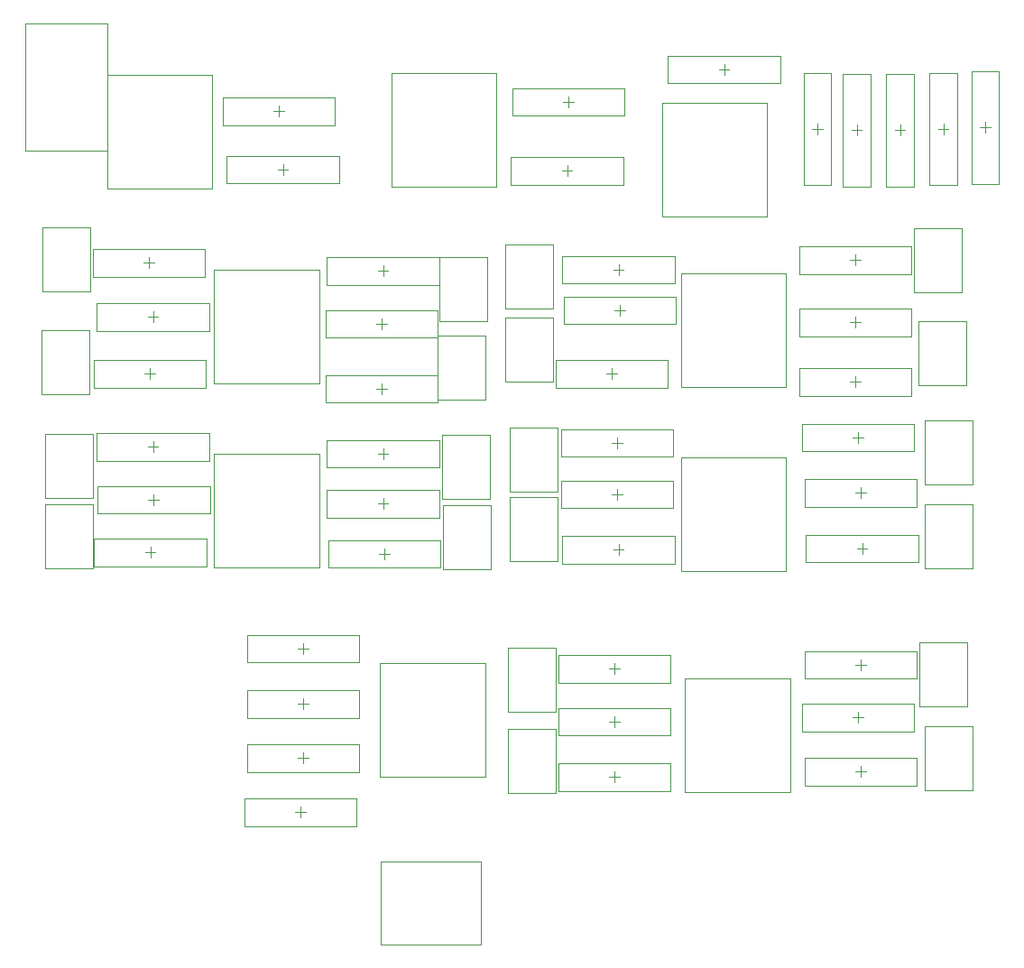
<source format=gbr>
G04*
G04 #@! TF.GenerationSoftware,Altium Limited,Altium Designer,23.8.1 (32)*
G04*
G04 Layer_Color=32768*
%FSLAX44Y44*%
%MOMM*%
G71*
G04*
G04 #@! TF.SameCoordinates,791A3C29-9ABF-4AEA-8B0B-0D467164B87E*
G04*
G04*
G04 #@! TF.FilePolarity,Positive*
G04*
G01*
G75*
%ADD12C,0.1000*%
%ADD44C,0.0500*%
D12*
X556761Y428571D02*
Y438571D01*
X551761Y433571D02*
X561761D01*
X558031Y639391D02*
Y649391D01*
X553031Y644391D02*
X563031D01*
X559301Y601291D02*
Y611291D01*
X554301Y606291D02*
X564301D01*
X549221Y269741D02*
X559221D01*
X554221Y264741D02*
Y274741D01*
X549221Y168141D02*
X559221D01*
X554221Y163141D02*
Y173141D01*
X454251Y153581D02*
X499251D01*
Y213581D01*
X454251D02*
X499251D01*
X454251Y153581D02*
Y213581D01*
X885331Y234461D02*
Y294461D01*
X840331Y234461D02*
X885331D01*
X840331D02*
Y294461D01*
X885331D01*
X890411Y156121D02*
Y216121D01*
X845411Y156121D02*
X890411D01*
X845411D02*
Y216121D01*
X890411D01*
X785361Y268551D02*
Y278551D01*
X780361Y273551D02*
X790361D01*
X549221Y220211D02*
X559221D01*
X554221Y215211D02*
Y225211D01*
X782821Y219021D02*
Y229021D01*
X777821Y224021D02*
X787821D01*
X785361Y168221D02*
Y178221D01*
X780361Y173221D02*
X790361D01*
X454251Y229381D02*
X499251D01*
Y289381D01*
X454251D02*
X499251D01*
X454251Y229381D02*
Y289381D01*
X902201Y772741D02*
Y782741D01*
X897201Y777741D02*
X907201D01*
X817191Y775201D02*
X827191D01*
X822191Y770201D02*
Y780201D01*
X776551Y775201D02*
X786551D01*
X781551Y770201D02*
Y780201D01*
X857831Y776471D02*
X867831D01*
X862831Y771471D02*
Y781471D01*
X739721Y776471D02*
X749721D01*
X744721Y771471D02*
Y781471D01*
X780281Y589861D02*
Y599861D01*
X775281Y594861D02*
X785281D01*
X551681Y541601D02*
Y551601D01*
X546681Y546601D02*
X556681D01*
X890411Y364001D02*
Y424001D01*
X845411Y364001D02*
X890411D01*
X845411D02*
Y424001D01*
X890411D01*
Y443141D02*
Y503141D01*
X845411Y443141D02*
X890411D01*
X845411D02*
Y503141D01*
X890411D01*
X337051Y466671D02*
Y476671D01*
X332051Y471671D02*
X342051D01*
X334701Y11111D02*
X428701D01*
X334701D02*
Y88611D01*
X428701D01*
Y11111D02*
Y88611D01*
X19911Y430041D02*
X64911D01*
Y490041D01*
X19911D02*
X64911D01*
X19911Y430041D02*
Y490041D01*
Y364001D02*
X64911D01*
Y424001D01*
X19911D02*
X64911D01*
X19911Y364001D02*
Y424001D01*
X393291Y423131D02*
X438291D01*
X393291Y363131D02*
Y423131D01*
Y363131D02*
X438291D01*
Y423131D01*
X392021Y489171D02*
X437021D01*
X392021Y429171D02*
Y489171D01*
Y429171D02*
X437021D01*
Y489171D01*
X17371Y624351D02*
X62371D01*
Y684351D01*
X17371D02*
X62371D01*
X17371Y624351D02*
Y684351D01*
X16101Y527831D02*
X61101D01*
Y587831D01*
X16101D02*
X61101D01*
X16101Y527831D02*
Y587831D01*
X433211Y522751D02*
Y582751D01*
X388211Y522751D02*
X433211D01*
X388211D02*
Y582751D01*
X433211D01*
X434481Y596411D02*
Y656411D01*
X389481Y596411D02*
X434481D01*
X389481D02*
Y656411D01*
X434481D01*
X455521Y436391D02*
X500521D01*
Y496391D01*
X455521D02*
X500521D01*
X455521Y436391D02*
Y496391D01*
Y370751D02*
X500521D01*
Y430751D01*
X455521D02*
X500521D01*
X455521Y370751D02*
Y430751D01*
X451711Y608241D02*
X496711D01*
Y668241D01*
X451711D02*
X496711D01*
X451711Y608241D02*
Y668241D01*
Y539661D02*
Y599661D01*
X496711D01*
Y539661D02*
Y599661D01*
X451711Y539661D02*
X496711D01*
X839061Y595851D02*
X884061D01*
X839061Y535851D02*
Y595851D01*
Y535851D02*
X884061D01*
Y595851D01*
X835251Y683081D02*
X880251D01*
X835251Y623081D02*
Y683081D01*
Y623081D02*
X880251D01*
Y683081D01*
X951Y756341D02*
Y875341D01*
X78451D01*
Y756341D02*
Y875341D01*
X951Y756341D02*
X78451D01*
X113611Y378961D02*
X123611D01*
X118611Y373961D02*
Y383961D01*
X116701Y428491D02*
X126701D01*
X121701Y423491D02*
Y433491D01*
X116151Y478021D02*
X126151D01*
X121151Y473021D02*
Y483021D01*
X332051Y424681D02*
X342051D01*
X337051Y419681D02*
Y429681D01*
X333321Y377691D02*
X343321D01*
X338321Y372691D02*
Y382691D01*
X234261Y792981D02*
X244261D01*
X239261Y787981D02*
Y797981D01*
X113061Y546601D02*
X123061D01*
X118061Y541601D02*
Y551601D01*
X116151Y599941D02*
X126151D01*
X121151Y594941D02*
Y604941D01*
X112341Y650741D02*
X122341D01*
X117341Y645741D02*
Y655741D01*
X332051Y643121D02*
X342051D01*
X337051Y638121D02*
Y648121D01*
X330781Y593591D02*
X340781D01*
X335781Y588591D02*
Y598591D01*
X330781Y532631D02*
X340781D01*
X335781Y527631D02*
Y537631D01*
X238071Y738371D02*
X248071D01*
X243071Y733371D02*
Y743371D01*
X553031Y381501D02*
X563031D01*
X558031Y376501D02*
Y386501D01*
X551761Y481831D02*
X561761D01*
X556761Y476831D02*
Y486831D01*
X777821Y486911D02*
X787821D01*
X782821Y481911D02*
Y491911D01*
X780361Y434841D02*
X790361D01*
X785361Y429841D02*
Y439841D01*
X781631Y382771D02*
X791631D01*
X786631Y377771D02*
Y387771D01*
X775281Y653281D02*
X785281D01*
X780281Y648281D02*
Y658281D01*
X775281Y538981D02*
X785281D01*
X780281Y533981D02*
Y543981D01*
X262121Y231721D02*
Y241721D01*
X257121Y236721D02*
X267121D01*
X262121Y283791D02*
Y293791D01*
X257121Y288791D02*
X267121D01*
X262121Y180921D02*
Y190921D01*
X257121Y185921D02*
X267121D01*
X259581Y130121D02*
Y140121D01*
X254581Y135121D02*
X264581D01*
X509771Y732101D02*
Y742101D01*
X504771Y737101D02*
X514771D01*
X511041Y796871D02*
Y806871D01*
X506041Y801871D02*
X516041D01*
X652091Y832351D02*
X662091D01*
X657091Y827351D02*
Y837351D01*
D44*
X609511Y420571D02*
Y446571D01*
X504011D02*
X609511D01*
X504011Y420571D02*
X609511D01*
X504011D02*
Y446571D01*
X598751Y800561D02*
X697651D01*
Y693961D02*
Y800561D01*
X598751Y693961D02*
X697651D01*
X598751D02*
Y800561D01*
X505281Y631391D02*
Y657391D01*
Y631391D02*
X610781D01*
X505281Y657391D02*
X610781D01*
Y631391D02*
Y657391D01*
X612051Y593291D02*
Y619291D01*
X506551D02*
X612051D01*
X506551Y593291D02*
X612051D01*
X506551D02*
Y619291D01*
X606971Y256741D02*
Y282741D01*
X501471D02*
X606971D01*
X501471Y256741D02*
X606971D01*
X501471D02*
Y282741D01*
Y155141D02*
Y181141D01*
Y155141D02*
X606971D01*
X501471Y181141D02*
X606971D01*
Y155141D02*
Y181141D01*
X732611Y260551D02*
Y286551D01*
Y260551D02*
X838111D01*
X732611Y286551D02*
X838111D01*
Y260551D02*
Y286551D01*
X501471Y207211D02*
Y233211D01*
Y207211D02*
X606971D01*
X501471Y233211D02*
X606971D01*
Y207211D02*
Y233211D01*
X620341Y260811D02*
X719241D01*
Y154211D02*
Y260811D01*
X620341Y154211D02*
X719241D01*
X620341D02*
Y260811D01*
X730071Y211021D02*
Y237021D01*
Y211021D02*
X835571D01*
X730071Y237021D02*
X835571D01*
Y211021D02*
Y237021D01*
X838111Y160221D02*
Y186221D01*
X732611D02*
X838111D01*
X732611Y160221D02*
X838111D01*
X732611D02*
Y186221D01*
X889201Y724991D02*
X915201D01*
Y830491D01*
X889201Y724991D02*
Y830491D01*
X915201D01*
X809191Y827951D02*
X835191D01*
X809191Y722451D02*
Y827951D01*
X835191Y722451D02*
Y827951D01*
X809191Y722451D02*
X835191D01*
X768551Y827951D02*
X794551D01*
X768551Y722451D02*
Y827951D01*
X794551Y722451D02*
Y827951D01*
X768551Y722451D02*
X794551D01*
X849831Y829221D02*
X875831D01*
X849831Y723721D02*
Y829221D01*
X875831Y723721D02*
Y829221D01*
X849831Y723721D02*
X875831D01*
X731721Y829221D02*
X757721D01*
X731721Y723721D02*
Y829221D01*
X757721Y723721D02*
Y829221D01*
X731721Y723721D02*
X757721D01*
X727531Y581861D02*
Y607861D01*
Y581861D02*
X833031D01*
X727531Y607861D02*
X833031D01*
Y581861D02*
Y607861D01*
X604431Y533601D02*
Y559601D01*
X498931D02*
X604431D01*
X498931Y533601D02*
X604431D01*
X498931D02*
Y559601D01*
X616531Y467821D02*
X715431D01*
Y361221D02*
Y467821D01*
X616531Y361221D02*
X715431D01*
X616531D02*
Y467821D01*
X284301Y458671D02*
Y484671D01*
Y458671D02*
X389801D01*
X284301Y484671D02*
X389801D01*
Y458671D02*
Y484671D01*
X65861Y365961D02*
Y391961D01*
Y365961D02*
X171361D01*
X65861Y391961D02*
X171361D01*
Y365961D02*
Y391961D01*
X68951Y415491D02*
Y441491D01*
Y415491D02*
X174451D01*
X68951Y441491D02*
X174451D01*
Y415491D02*
Y441491D01*
X173901Y465021D02*
Y491021D01*
X68401D02*
X173901D01*
X68401Y465021D02*
X173901D01*
X68401D02*
Y491021D01*
X389801Y411681D02*
Y437681D01*
X284301D02*
X389801D01*
X284301Y411681D02*
X389801D01*
X284301D02*
Y437681D01*
X391071Y364691D02*
Y390691D01*
X285571D02*
X391071D01*
X285571Y364691D02*
X391071D01*
X285571D02*
Y390691D01*
X186511Y779981D02*
Y805981D01*
Y779981D02*
X292011D01*
X186511Y805981D02*
X292011D01*
Y779981D02*
Y805981D01*
X65311Y533601D02*
Y559601D01*
Y533601D02*
X170811D01*
X65311Y559601D02*
X170811D01*
Y533601D02*
Y559601D01*
X68401Y586941D02*
Y612941D01*
Y586941D02*
X173901D01*
X68401Y612941D02*
X173901D01*
Y586941D02*
Y612941D01*
X170091Y637741D02*
Y663741D01*
X64591D02*
X170091D01*
X64591Y637741D02*
X170091D01*
X64591D02*
Y663741D01*
X389801Y630121D02*
Y656121D01*
X284301D02*
X389801D01*
X284301Y630121D02*
X389801D01*
X284301D02*
Y656121D01*
X388531Y580591D02*
Y606591D01*
X283031D02*
X388531D01*
X283031Y580591D02*
X388531D01*
X283031D02*
Y606591D01*
X388531Y519631D02*
Y545631D01*
X283031D02*
X388531D01*
X283031Y519631D02*
X388531D01*
X283031D02*
Y545631D01*
X190321Y725371D02*
Y751371D01*
Y725371D02*
X295821D01*
X190321Y751371D02*
X295821D01*
Y725371D02*
Y751371D01*
X505281Y368501D02*
Y394501D01*
Y368501D02*
X610781D01*
X505281Y394501D02*
X610781D01*
Y368501D02*
Y394501D01*
X609511Y468831D02*
Y494831D01*
X504011D02*
X609511D01*
X504011Y468831D02*
X609511D01*
X504011D02*
Y494831D01*
X835571Y473911D02*
Y499911D01*
X730071D02*
X835571D01*
X730071Y473911D02*
X835571D01*
X730071D02*
Y499911D01*
X838111Y421841D02*
Y447841D01*
X732611D02*
X838111D01*
X732611Y421841D02*
X838111D01*
X732611D02*
Y447841D01*
X733881Y369771D02*
Y395771D01*
Y369771D02*
X839381D01*
X733881Y395771D02*
X839381D01*
Y369771D02*
Y395771D01*
X833031Y640281D02*
Y666281D01*
X727531D02*
X833031D01*
X727531Y640281D02*
X833031D01*
X727531D02*
Y666281D01*
Y525981D02*
Y551981D01*
Y525981D02*
X833031D01*
X727531Y551981D02*
X833031D01*
Y525981D02*
Y551981D01*
X209371Y223721D02*
Y249721D01*
Y223721D02*
X314871D01*
X209371Y249721D02*
X314871D01*
Y223721D02*
Y249721D01*
Y275791D02*
Y301791D01*
X209371D02*
X314871D01*
X209371Y275791D02*
X314871D01*
X209371D02*
Y301791D01*
Y172921D02*
Y198921D01*
Y172921D02*
X314871D01*
X209371Y198921D02*
X314871D01*
Y172921D02*
Y198921D01*
X206831Y122121D02*
Y148121D01*
Y122121D02*
X312331D01*
X206831Y148121D02*
X312331D01*
Y122121D02*
Y148121D01*
X178381Y365031D02*
Y471631D01*
Y365031D02*
X277281D01*
Y471631D01*
X178381D02*
X277281D01*
X178381Y537751D02*
Y644351D01*
Y537751D02*
X277281D01*
Y644351D01*
X178381D02*
X277281D01*
X78051Y720631D02*
Y827231D01*
Y720631D02*
X176951D01*
Y827231D01*
X78051D02*
X176951D01*
X616531Y533941D02*
Y640541D01*
Y533941D02*
X715431D01*
Y640541D01*
X616531D02*
X715431D01*
X334261Y168181D02*
X433161D01*
X334261D02*
Y274781D01*
X433161D01*
Y168181D02*
Y274781D01*
X562521Y724101D02*
Y750101D01*
X457021D02*
X562521D01*
X457021Y724101D02*
X562521D01*
X457021D02*
Y750101D01*
X563791Y788871D02*
Y814871D01*
X458291D02*
X563791D01*
X458291Y788871D02*
X563791D01*
X458291D02*
Y814871D01*
X604341Y819351D02*
Y845351D01*
Y819351D02*
X709841D01*
X604341Y845351D02*
X709841D01*
Y819351D02*
Y845351D01*
X344751Y828501D02*
X443651D01*
Y721901D02*
Y828501D01*
X344751Y721901D02*
X443651D01*
X344751D02*
Y828501D01*
M02*

</source>
